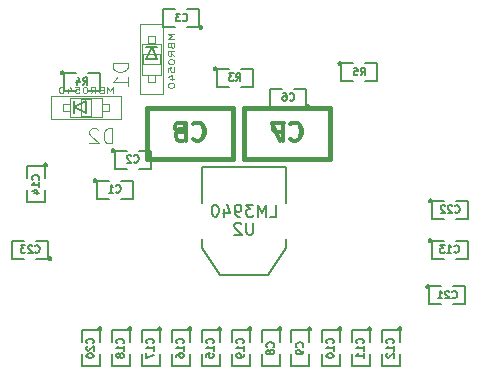
<source format=gbo>
G04 (created by PCBNEW-RS274X (2011-05-25)-stable) date Чт. 09 авг. 2012 02:33:36*
G01*
G70*
G90*
%MOIN*%
G04 Gerber Fmt 3.4, Leading zero omitted, Abs format*
%FSLAX34Y34*%
G04 APERTURE LIST*
%ADD10C,0.006000*%
%ADD11C,0.008000*%
%ADD12C,0.002600*%
%ADD13C,0.002000*%
%ADD14C,0.004000*%
%ADD15C,0.015000*%
%ADD16C,0.005000*%
%ADD17C,0.003500*%
%ADD18C,0.012000*%
G04 APERTURE END LIST*
G54D10*
G54D11*
X53009Y-27540D02*
X53009Y-26340D01*
X53009Y-26340D02*
X55809Y-26340D01*
X55809Y-26340D02*
X55809Y-27540D01*
X53009Y-28740D02*
X53009Y-29040D01*
X53009Y-29040D02*
X53609Y-29940D01*
X53609Y-29940D02*
X55209Y-29940D01*
X55209Y-29940D02*
X55809Y-29040D01*
X55809Y-29040D02*
X55809Y-28740D01*
G54D12*
X48374Y-24240D02*
X48604Y-24240D01*
X48604Y-24240D02*
X48604Y-24480D01*
X48374Y-24480D02*
X48604Y-24480D01*
X48374Y-24240D02*
X48374Y-24480D01*
X49684Y-24240D02*
X49914Y-24240D01*
X49914Y-24240D02*
X49914Y-24480D01*
X49684Y-24480D02*
X49914Y-24480D01*
X49684Y-24240D02*
X49684Y-24480D01*
X48987Y-24085D02*
X49301Y-24085D01*
X49301Y-24085D02*
X49301Y-24635D01*
X48987Y-24635D02*
X49301Y-24635D01*
X48987Y-24085D02*
X48987Y-24635D01*
G54D13*
X47974Y-24747D02*
X50314Y-24747D01*
X50314Y-23973D02*
X47974Y-23973D01*
X47974Y-23973D02*
X47974Y-24747D01*
X50314Y-24747D02*
X50314Y-23973D01*
G54D14*
X48624Y-24669D02*
X49664Y-24669D01*
X48624Y-24051D02*
X49664Y-24051D01*
X48624Y-24051D02*
X48624Y-24669D01*
X49664Y-24051D02*
X49664Y-24669D01*
G54D11*
X48751Y-24360D02*
X49144Y-24556D01*
X49144Y-24556D02*
X49144Y-24164D01*
X49144Y-24164D02*
X48751Y-24360D01*
X48751Y-24556D02*
X48751Y-24360D01*
X48751Y-24360D02*
X48751Y-24164D01*
G54D12*
X51449Y-21986D02*
X51449Y-22216D01*
X51449Y-22216D02*
X51209Y-22216D01*
X51209Y-21986D02*
X51209Y-22216D01*
X51449Y-21986D02*
X51209Y-21986D01*
X51449Y-23296D02*
X51449Y-23526D01*
X51449Y-23526D02*
X51209Y-23526D01*
X51209Y-23296D02*
X51209Y-23526D01*
X51449Y-23296D02*
X51209Y-23296D01*
X51604Y-22599D02*
X51604Y-22913D01*
X51604Y-22913D02*
X51054Y-22913D01*
X51054Y-22599D02*
X51054Y-22913D01*
X51604Y-22599D02*
X51054Y-22599D01*
G54D13*
X50942Y-21586D02*
X50942Y-23926D01*
X51716Y-23926D02*
X51716Y-21586D01*
X51716Y-21586D02*
X50942Y-21586D01*
X50942Y-23926D02*
X51716Y-23926D01*
G54D14*
X51020Y-22236D02*
X51020Y-23276D01*
X51638Y-22236D02*
X51638Y-23276D01*
X51638Y-22236D02*
X51020Y-22236D01*
X51638Y-23276D02*
X51020Y-23276D01*
G54D11*
X51329Y-22363D02*
X51133Y-22756D01*
X51133Y-22756D02*
X51525Y-22756D01*
X51525Y-22756D02*
X51329Y-22363D01*
X51133Y-22363D02*
X51329Y-22363D01*
X51329Y-22363D02*
X51525Y-22363D01*
G54D15*
X57281Y-24376D02*
X57281Y-26076D01*
X57281Y-26076D02*
X54411Y-26076D01*
X54411Y-26076D02*
X54411Y-24376D01*
X54411Y-24376D02*
X57281Y-24376D01*
X51173Y-26076D02*
X51173Y-24376D01*
X51173Y-24376D02*
X54043Y-24376D01*
X54043Y-24376D02*
X54043Y-26076D01*
X54043Y-26076D02*
X51173Y-26076D01*
G54D16*
X57658Y-22889D02*
X57657Y-22898D01*
X57654Y-22908D01*
X57649Y-22916D01*
X57643Y-22924D01*
X57635Y-22930D01*
X57627Y-22935D01*
X57618Y-22937D01*
X57608Y-22938D01*
X57599Y-22938D01*
X57590Y-22935D01*
X57581Y-22930D01*
X57574Y-22924D01*
X57567Y-22917D01*
X57563Y-22908D01*
X57560Y-22899D01*
X57559Y-22889D01*
X57559Y-22880D01*
X57562Y-22871D01*
X57566Y-22862D01*
X57573Y-22855D01*
X57580Y-22848D01*
X57588Y-22844D01*
X57598Y-22841D01*
X57607Y-22840D01*
X57616Y-22840D01*
X57626Y-22843D01*
X57634Y-22847D01*
X57642Y-22853D01*
X57648Y-22861D01*
X57653Y-22869D01*
X57656Y-22878D01*
X57657Y-22888D01*
X57658Y-22889D01*
X58058Y-22889D02*
X57658Y-22889D01*
X57658Y-22889D02*
X57658Y-23489D01*
X57658Y-23489D02*
X58058Y-23489D01*
X58458Y-23489D02*
X58858Y-23489D01*
X58858Y-23489D02*
X58858Y-22889D01*
X58858Y-22889D02*
X58458Y-22889D01*
X48406Y-23204D02*
X48405Y-23213D01*
X48402Y-23223D01*
X48397Y-23231D01*
X48391Y-23239D01*
X48383Y-23245D01*
X48375Y-23250D01*
X48366Y-23252D01*
X48356Y-23253D01*
X48347Y-23253D01*
X48338Y-23250D01*
X48329Y-23245D01*
X48322Y-23239D01*
X48315Y-23232D01*
X48311Y-23223D01*
X48308Y-23214D01*
X48307Y-23204D01*
X48307Y-23195D01*
X48310Y-23186D01*
X48314Y-23177D01*
X48321Y-23170D01*
X48328Y-23163D01*
X48336Y-23159D01*
X48346Y-23156D01*
X48355Y-23155D01*
X48364Y-23155D01*
X48374Y-23158D01*
X48382Y-23162D01*
X48390Y-23168D01*
X48396Y-23176D01*
X48401Y-23184D01*
X48404Y-23193D01*
X48405Y-23203D01*
X48406Y-23204D01*
X48806Y-23204D02*
X48406Y-23204D01*
X48406Y-23204D02*
X48406Y-23804D01*
X48406Y-23804D02*
X48806Y-23804D01*
X49206Y-23804D02*
X49606Y-23804D01*
X49606Y-23804D02*
X49606Y-23204D01*
X49606Y-23204D02*
X49206Y-23204D01*
X53504Y-23076D02*
X53503Y-23085D01*
X53500Y-23095D01*
X53495Y-23103D01*
X53489Y-23111D01*
X53481Y-23117D01*
X53473Y-23122D01*
X53464Y-23124D01*
X53454Y-23125D01*
X53445Y-23125D01*
X53436Y-23122D01*
X53427Y-23117D01*
X53420Y-23111D01*
X53413Y-23104D01*
X53409Y-23095D01*
X53406Y-23086D01*
X53405Y-23076D01*
X53405Y-23067D01*
X53408Y-23058D01*
X53412Y-23049D01*
X53419Y-23042D01*
X53426Y-23035D01*
X53434Y-23031D01*
X53444Y-23028D01*
X53453Y-23027D01*
X53462Y-23027D01*
X53472Y-23030D01*
X53480Y-23034D01*
X53488Y-23040D01*
X53494Y-23048D01*
X53499Y-23056D01*
X53502Y-23065D01*
X53503Y-23075D01*
X53504Y-23076D01*
X53904Y-23076D02*
X53504Y-23076D01*
X53504Y-23076D02*
X53504Y-23676D01*
X53504Y-23676D02*
X53904Y-23676D01*
X54304Y-23676D02*
X54704Y-23676D01*
X54704Y-23676D02*
X54704Y-23076D01*
X54704Y-23076D02*
X54304Y-23076D01*
X47983Y-29404D02*
X47982Y-29413D01*
X47979Y-29423D01*
X47974Y-29431D01*
X47968Y-29439D01*
X47960Y-29445D01*
X47952Y-29450D01*
X47943Y-29452D01*
X47933Y-29453D01*
X47924Y-29453D01*
X47915Y-29450D01*
X47906Y-29445D01*
X47899Y-29439D01*
X47892Y-29432D01*
X47888Y-29423D01*
X47885Y-29414D01*
X47884Y-29404D01*
X47884Y-29395D01*
X47887Y-29386D01*
X47891Y-29377D01*
X47898Y-29370D01*
X47905Y-29363D01*
X47913Y-29359D01*
X47923Y-29356D01*
X47932Y-29355D01*
X47941Y-29355D01*
X47951Y-29358D01*
X47959Y-29362D01*
X47967Y-29368D01*
X47973Y-29376D01*
X47978Y-29384D01*
X47981Y-29393D01*
X47982Y-29403D01*
X47983Y-29404D01*
X47483Y-29404D02*
X47883Y-29404D01*
X47883Y-29404D02*
X47883Y-28804D01*
X47883Y-28804D02*
X47483Y-28804D01*
X47083Y-28804D02*
X46683Y-28804D01*
X46683Y-28804D02*
X46683Y-29404D01*
X46683Y-29404D02*
X47083Y-29404D01*
X60680Y-27476D02*
X60679Y-27485D01*
X60676Y-27495D01*
X60671Y-27503D01*
X60665Y-27511D01*
X60657Y-27517D01*
X60649Y-27522D01*
X60640Y-27524D01*
X60630Y-27525D01*
X60621Y-27525D01*
X60612Y-27522D01*
X60603Y-27517D01*
X60596Y-27511D01*
X60589Y-27504D01*
X60585Y-27495D01*
X60582Y-27486D01*
X60581Y-27476D01*
X60581Y-27467D01*
X60584Y-27458D01*
X60588Y-27449D01*
X60595Y-27442D01*
X60602Y-27435D01*
X60610Y-27431D01*
X60620Y-27428D01*
X60629Y-27427D01*
X60638Y-27427D01*
X60648Y-27430D01*
X60656Y-27434D01*
X60664Y-27440D01*
X60670Y-27448D01*
X60675Y-27456D01*
X60678Y-27465D01*
X60679Y-27475D01*
X60680Y-27476D01*
X61080Y-27476D02*
X60680Y-27476D01*
X60680Y-27476D02*
X60680Y-28076D01*
X60680Y-28076D02*
X61080Y-28076D01*
X61480Y-28076D02*
X61880Y-28076D01*
X61880Y-28076D02*
X61880Y-27476D01*
X61880Y-27476D02*
X61480Y-27476D01*
X60591Y-30330D02*
X60590Y-30339D01*
X60587Y-30349D01*
X60582Y-30357D01*
X60576Y-30365D01*
X60568Y-30371D01*
X60560Y-30376D01*
X60551Y-30378D01*
X60541Y-30379D01*
X60532Y-30379D01*
X60523Y-30376D01*
X60514Y-30371D01*
X60507Y-30365D01*
X60500Y-30358D01*
X60496Y-30349D01*
X60493Y-30340D01*
X60492Y-30330D01*
X60492Y-30321D01*
X60495Y-30312D01*
X60499Y-30303D01*
X60506Y-30296D01*
X60513Y-30289D01*
X60521Y-30285D01*
X60531Y-30282D01*
X60540Y-30281D01*
X60549Y-30281D01*
X60559Y-30284D01*
X60567Y-30288D01*
X60575Y-30294D01*
X60581Y-30302D01*
X60586Y-30310D01*
X60589Y-30319D01*
X60590Y-30329D01*
X60591Y-30330D01*
X60991Y-30330D02*
X60591Y-30330D01*
X60591Y-30330D02*
X60591Y-30930D01*
X60591Y-30930D02*
X60991Y-30930D01*
X61391Y-30930D02*
X61791Y-30930D01*
X61791Y-30930D02*
X61791Y-30330D01*
X61791Y-30330D02*
X61391Y-30330D01*
X49651Y-31742D02*
X49650Y-31751D01*
X49647Y-31761D01*
X49642Y-31769D01*
X49636Y-31777D01*
X49628Y-31783D01*
X49620Y-31788D01*
X49611Y-31790D01*
X49601Y-31791D01*
X49592Y-31791D01*
X49583Y-31788D01*
X49574Y-31783D01*
X49567Y-31777D01*
X49560Y-31770D01*
X49556Y-31761D01*
X49553Y-31752D01*
X49552Y-31742D01*
X49552Y-31733D01*
X49555Y-31724D01*
X49559Y-31715D01*
X49566Y-31708D01*
X49573Y-31701D01*
X49581Y-31697D01*
X49591Y-31694D01*
X49600Y-31693D01*
X49609Y-31693D01*
X49619Y-31696D01*
X49627Y-31700D01*
X49635Y-31706D01*
X49641Y-31714D01*
X49646Y-31722D01*
X49649Y-31731D01*
X49650Y-31741D01*
X49651Y-31742D01*
X49601Y-32192D02*
X49601Y-31792D01*
X49601Y-31792D02*
X49001Y-31792D01*
X49001Y-31792D02*
X49001Y-32192D01*
X49001Y-32592D02*
X49001Y-32992D01*
X49001Y-32992D02*
X49601Y-32992D01*
X49601Y-32992D02*
X49601Y-32592D01*
X54651Y-31742D02*
X54650Y-31751D01*
X54647Y-31761D01*
X54642Y-31769D01*
X54636Y-31777D01*
X54628Y-31783D01*
X54620Y-31788D01*
X54611Y-31790D01*
X54601Y-31791D01*
X54592Y-31791D01*
X54583Y-31788D01*
X54574Y-31783D01*
X54567Y-31777D01*
X54560Y-31770D01*
X54556Y-31761D01*
X54553Y-31752D01*
X54552Y-31742D01*
X54552Y-31733D01*
X54555Y-31724D01*
X54559Y-31715D01*
X54566Y-31708D01*
X54573Y-31701D01*
X54581Y-31697D01*
X54591Y-31694D01*
X54600Y-31693D01*
X54609Y-31693D01*
X54619Y-31696D01*
X54627Y-31700D01*
X54635Y-31706D01*
X54641Y-31714D01*
X54646Y-31722D01*
X54649Y-31731D01*
X54650Y-31741D01*
X54651Y-31742D01*
X54601Y-32192D02*
X54601Y-31792D01*
X54601Y-31792D02*
X54001Y-31792D01*
X54001Y-31792D02*
X54001Y-32192D01*
X54001Y-32592D02*
X54001Y-32992D01*
X54001Y-32992D02*
X54601Y-32992D01*
X54601Y-32992D02*
X54601Y-32592D01*
X50655Y-31742D02*
X50654Y-31751D01*
X50651Y-31761D01*
X50646Y-31769D01*
X50640Y-31777D01*
X50632Y-31783D01*
X50624Y-31788D01*
X50615Y-31790D01*
X50605Y-31791D01*
X50596Y-31791D01*
X50587Y-31788D01*
X50578Y-31783D01*
X50571Y-31777D01*
X50564Y-31770D01*
X50560Y-31761D01*
X50557Y-31752D01*
X50556Y-31742D01*
X50556Y-31733D01*
X50559Y-31724D01*
X50563Y-31715D01*
X50570Y-31708D01*
X50577Y-31701D01*
X50585Y-31697D01*
X50595Y-31694D01*
X50604Y-31693D01*
X50613Y-31693D01*
X50623Y-31696D01*
X50631Y-31700D01*
X50639Y-31706D01*
X50645Y-31714D01*
X50650Y-31722D01*
X50653Y-31731D01*
X50654Y-31741D01*
X50655Y-31742D01*
X50605Y-32192D02*
X50605Y-31792D01*
X50605Y-31792D02*
X50005Y-31792D01*
X50005Y-31792D02*
X50005Y-32192D01*
X50005Y-32592D02*
X50005Y-32992D01*
X50005Y-32992D02*
X50605Y-32992D01*
X50605Y-32992D02*
X50605Y-32592D01*
X51649Y-31742D02*
X51648Y-31751D01*
X51645Y-31761D01*
X51640Y-31769D01*
X51634Y-31777D01*
X51626Y-31783D01*
X51618Y-31788D01*
X51609Y-31790D01*
X51599Y-31791D01*
X51590Y-31791D01*
X51581Y-31788D01*
X51572Y-31783D01*
X51565Y-31777D01*
X51558Y-31770D01*
X51554Y-31761D01*
X51551Y-31752D01*
X51550Y-31742D01*
X51550Y-31733D01*
X51553Y-31724D01*
X51557Y-31715D01*
X51564Y-31708D01*
X51571Y-31701D01*
X51579Y-31697D01*
X51589Y-31694D01*
X51598Y-31693D01*
X51607Y-31693D01*
X51617Y-31696D01*
X51625Y-31700D01*
X51633Y-31706D01*
X51639Y-31714D01*
X51644Y-31722D01*
X51647Y-31731D01*
X51648Y-31741D01*
X51649Y-31742D01*
X51599Y-32192D02*
X51599Y-31792D01*
X51599Y-31792D02*
X50999Y-31792D01*
X50999Y-31792D02*
X50999Y-32192D01*
X50999Y-32592D02*
X50999Y-32992D01*
X50999Y-32992D02*
X51599Y-32992D01*
X51599Y-32992D02*
X51599Y-32592D01*
X52653Y-31742D02*
X52652Y-31751D01*
X52649Y-31761D01*
X52644Y-31769D01*
X52638Y-31777D01*
X52630Y-31783D01*
X52622Y-31788D01*
X52613Y-31790D01*
X52603Y-31791D01*
X52594Y-31791D01*
X52585Y-31788D01*
X52576Y-31783D01*
X52569Y-31777D01*
X52562Y-31770D01*
X52558Y-31761D01*
X52555Y-31752D01*
X52554Y-31742D01*
X52554Y-31733D01*
X52557Y-31724D01*
X52561Y-31715D01*
X52568Y-31708D01*
X52575Y-31701D01*
X52583Y-31697D01*
X52593Y-31694D01*
X52602Y-31693D01*
X52611Y-31693D01*
X52621Y-31696D01*
X52629Y-31700D01*
X52637Y-31706D01*
X52643Y-31714D01*
X52648Y-31722D01*
X52651Y-31731D01*
X52652Y-31741D01*
X52653Y-31742D01*
X52603Y-32192D02*
X52603Y-31792D01*
X52603Y-31792D02*
X52003Y-31792D01*
X52003Y-31792D02*
X52003Y-32192D01*
X52003Y-32592D02*
X52003Y-32992D01*
X52003Y-32992D02*
X52603Y-32992D01*
X52603Y-32992D02*
X52603Y-32592D01*
X53647Y-31742D02*
X53646Y-31751D01*
X53643Y-31761D01*
X53638Y-31769D01*
X53632Y-31777D01*
X53624Y-31783D01*
X53616Y-31788D01*
X53607Y-31790D01*
X53597Y-31791D01*
X53588Y-31791D01*
X53579Y-31788D01*
X53570Y-31783D01*
X53563Y-31777D01*
X53556Y-31770D01*
X53552Y-31761D01*
X53549Y-31752D01*
X53548Y-31742D01*
X53548Y-31733D01*
X53551Y-31724D01*
X53555Y-31715D01*
X53562Y-31708D01*
X53569Y-31701D01*
X53577Y-31697D01*
X53587Y-31694D01*
X53596Y-31693D01*
X53605Y-31693D01*
X53615Y-31696D01*
X53623Y-31700D01*
X53631Y-31706D01*
X53637Y-31714D01*
X53642Y-31722D01*
X53645Y-31731D01*
X53646Y-31741D01*
X53647Y-31742D01*
X53597Y-32192D02*
X53597Y-31792D01*
X53597Y-31792D02*
X52997Y-31792D01*
X52997Y-31792D02*
X52997Y-32192D01*
X52997Y-32592D02*
X52997Y-32992D01*
X52997Y-32992D02*
X53597Y-32992D01*
X53597Y-32992D02*
X53597Y-32592D01*
X47840Y-26279D02*
X47839Y-26288D01*
X47836Y-26298D01*
X47831Y-26306D01*
X47825Y-26314D01*
X47817Y-26320D01*
X47809Y-26325D01*
X47800Y-26327D01*
X47790Y-26328D01*
X47781Y-26328D01*
X47772Y-26325D01*
X47763Y-26320D01*
X47756Y-26314D01*
X47749Y-26307D01*
X47745Y-26298D01*
X47742Y-26289D01*
X47741Y-26279D01*
X47741Y-26270D01*
X47744Y-26261D01*
X47748Y-26252D01*
X47755Y-26245D01*
X47762Y-26238D01*
X47770Y-26234D01*
X47780Y-26231D01*
X47789Y-26230D01*
X47798Y-26230D01*
X47808Y-26233D01*
X47816Y-26237D01*
X47824Y-26243D01*
X47830Y-26251D01*
X47835Y-26259D01*
X47838Y-26268D01*
X47839Y-26278D01*
X47840Y-26279D01*
X47790Y-26729D02*
X47790Y-26329D01*
X47790Y-26329D02*
X47190Y-26329D01*
X47190Y-26329D02*
X47190Y-26729D01*
X47190Y-27129D02*
X47190Y-27529D01*
X47190Y-27529D02*
X47790Y-27529D01*
X47790Y-27529D02*
X47790Y-27129D01*
X60660Y-28804D02*
X60659Y-28813D01*
X60656Y-28823D01*
X60651Y-28831D01*
X60645Y-28839D01*
X60637Y-28845D01*
X60629Y-28850D01*
X60620Y-28852D01*
X60610Y-28853D01*
X60601Y-28853D01*
X60592Y-28850D01*
X60583Y-28845D01*
X60576Y-28839D01*
X60569Y-28832D01*
X60565Y-28823D01*
X60562Y-28814D01*
X60561Y-28804D01*
X60561Y-28795D01*
X60564Y-28786D01*
X60568Y-28777D01*
X60575Y-28770D01*
X60582Y-28763D01*
X60590Y-28759D01*
X60600Y-28756D01*
X60609Y-28755D01*
X60618Y-28755D01*
X60628Y-28758D01*
X60636Y-28762D01*
X60644Y-28768D01*
X60650Y-28776D01*
X60655Y-28784D01*
X60658Y-28793D01*
X60659Y-28803D01*
X60660Y-28804D01*
X61060Y-28804D02*
X60660Y-28804D01*
X60660Y-28804D02*
X60660Y-29404D01*
X60660Y-29404D02*
X61060Y-29404D01*
X61460Y-29404D02*
X61860Y-29404D01*
X61860Y-29404D02*
X61860Y-28804D01*
X61860Y-28804D02*
X61460Y-28804D01*
X59651Y-31742D02*
X59650Y-31751D01*
X59647Y-31761D01*
X59642Y-31769D01*
X59636Y-31777D01*
X59628Y-31783D01*
X59620Y-31788D01*
X59611Y-31790D01*
X59601Y-31791D01*
X59592Y-31791D01*
X59583Y-31788D01*
X59574Y-31783D01*
X59567Y-31777D01*
X59560Y-31770D01*
X59556Y-31761D01*
X59553Y-31752D01*
X59552Y-31742D01*
X59552Y-31733D01*
X59555Y-31724D01*
X59559Y-31715D01*
X59566Y-31708D01*
X59573Y-31701D01*
X59581Y-31697D01*
X59591Y-31694D01*
X59600Y-31693D01*
X59609Y-31693D01*
X59619Y-31696D01*
X59627Y-31700D01*
X59635Y-31706D01*
X59641Y-31714D01*
X59646Y-31722D01*
X59649Y-31731D01*
X59650Y-31741D01*
X59651Y-31742D01*
X59601Y-32192D02*
X59601Y-31792D01*
X59601Y-31792D02*
X59001Y-31792D01*
X59001Y-31792D02*
X59001Y-32192D01*
X59001Y-32592D02*
X59001Y-32992D01*
X59001Y-32992D02*
X59601Y-32992D01*
X59601Y-32992D02*
X59601Y-32592D01*
X58647Y-31742D02*
X58646Y-31751D01*
X58643Y-31761D01*
X58638Y-31769D01*
X58632Y-31777D01*
X58624Y-31783D01*
X58616Y-31788D01*
X58607Y-31790D01*
X58597Y-31791D01*
X58588Y-31791D01*
X58579Y-31788D01*
X58570Y-31783D01*
X58563Y-31777D01*
X58556Y-31770D01*
X58552Y-31761D01*
X58549Y-31752D01*
X58548Y-31742D01*
X58548Y-31733D01*
X58551Y-31724D01*
X58555Y-31715D01*
X58562Y-31708D01*
X58569Y-31701D01*
X58577Y-31697D01*
X58587Y-31694D01*
X58596Y-31693D01*
X58605Y-31693D01*
X58615Y-31696D01*
X58623Y-31700D01*
X58631Y-31706D01*
X58637Y-31714D01*
X58642Y-31722D01*
X58645Y-31731D01*
X58646Y-31741D01*
X58647Y-31742D01*
X58597Y-32192D02*
X58597Y-31792D01*
X58597Y-31792D02*
X57997Y-31792D01*
X57997Y-31792D02*
X57997Y-32192D01*
X57997Y-32592D02*
X57997Y-32992D01*
X57997Y-32992D02*
X58597Y-32992D01*
X58597Y-32992D02*
X58597Y-32592D01*
X57653Y-31742D02*
X57652Y-31751D01*
X57649Y-31761D01*
X57644Y-31769D01*
X57638Y-31777D01*
X57630Y-31783D01*
X57622Y-31788D01*
X57613Y-31790D01*
X57603Y-31791D01*
X57594Y-31791D01*
X57585Y-31788D01*
X57576Y-31783D01*
X57569Y-31777D01*
X57562Y-31770D01*
X57558Y-31761D01*
X57555Y-31752D01*
X57554Y-31742D01*
X57554Y-31733D01*
X57557Y-31724D01*
X57561Y-31715D01*
X57568Y-31708D01*
X57575Y-31701D01*
X57583Y-31697D01*
X57593Y-31694D01*
X57602Y-31693D01*
X57611Y-31693D01*
X57621Y-31696D01*
X57629Y-31700D01*
X57637Y-31706D01*
X57643Y-31714D01*
X57648Y-31722D01*
X57651Y-31731D01*
X57652Y-31741D01*
X57653Y-31742D01*
X57603Y-32192D02*
X57603Y-31792D01*
X57603Y-31792D02*
X57003Y-31792D01*
X57003Y-31792D02*
X57003Y-32192D01*
X57003Y-32592D02*
X57003Y-32992D01*
X57003Y-32992D02*
X57603Y-32992D01*
X57603Y-32992D02*
X57603Y-32592D01*
X56639Y-31742D02*
X56638Y-31751D01*
X56635Y-31761D01*
X56630Y-31769D01*
X56624Y-31777D01*
X56616Y-31783D01*
X56608Y-31788D01*
X56599Y-31790D01*
X56589Y-31791D01*
X56580Y-31791D01*
X56571Y-31788D01*
X56562Y-31783D01*
X56555Y-31777D01*
X56548Y-31770D01*
X56544Y-31761D01*
X56541Y-31752D01*
X56540Y-31742D01*
X56540Y-31733D01*
X56543Y-31724D01*
X56547Y-31715D01*
X56554Y-31708D01*
X56561Y-31701D01*
X56569Y-31697D01*
X56579Y-31694D01*
X56588Y-31693D01*
X56597Y-31693D01*
X56607Y-31696D01*
X56615Y-31700D01*
X56623Y-31706D01*
X56629Y-31714D01*
X56634Y-31722D01*
X56637Y-31731D01*
X56638Y-31741D01*
X56639Y-31742D01*
X56589Y-32192D02*
X56589Y-31792D01*
X56589Y-31792D02*
X55989Y-31792D01*
X55989Y-31792D02*
X55989Y-32192D01*
X55989Y-32592D02*
X55989Y-32992D01*
X55989Y-32992D02*
X56589Y-32992D01*
X56589Y-32992D02*
X56589Y-32592D01*
X55655Y-31742D02*
X55654Y-31751D01*
X55651Y-31761D01*
X55646Y-31769D01*
X55640Y-31777D01*
X55632Y-31783D01*
X55624Y-31788D01*
X55615Y-31790D01*
X55605Y-31791D01*
X55596Y-31791D01*
X55587Y-31788D01*
X55578Y-31783D01*
X55571Y-31777D01*
X55564Y-31770D01*
X55560Y-31761D01*
X55557Y-31752D01*
X55556Y-31742D01*
X55556Y-31733D01*
X55559Y-31724D01*
X55563Y-31715D01*
X55570Y-31708D01*
X55577Y-31701D01*
X55585Y-31697D01*
X55595Y-31694D01*
X55604Y-31693D01*
X55613Y-31693D01*
X55623Y-31696D01*
X55631Y-31700D01*
X55639Y-31706D01*
X55645Y-31714D01*
X55650Y-31722D01*
X55653Y-31731D01*
X55654Y-31741D01*
X55655Y-31742D01*
X55605Y-32192D02*
X55605Y-31792D01*
X55605Y-31792D02*
X55005Y-31792D01*
X55005Y-31792D02*
X55005Y-32192D01*
X55005Y-32592D02*
X55005Y-32992D01*
X55005Y-32992D02*
X55605Y-32992D01*
X55605Y-32992D02*
X55605Y-32592D01*
X56586Y-24335D02*
X56585Y-24344D01*
X56582Y-24354D01*
X56577Y-24362D01*
X56571Y-24370D01*
X56563Y-24376D01*
X56555Y-24381D01*
X56546Y-24383D01*
X56536Y-24384D01*
X56527Y-24384D01*
X56518Y-24381D01*
X56509Y-24376D01*
X56502Y-24370D01*
X56495Y-24363D01*
X56491Y-24354D01*
X56488Y-24345D01*
X56487Y-24335D01*
X56487Y-24326D01*
X56490Y-24317D01*
X56494Y-24308D01*
X56501Y-24301D01*
X56508Y-24294D01*
X56516Y-24290D01*
X56526Y-24287D01*
X56535Y-24286D01*
X56544Y-24286D01*
X56554Y-24289D01*
X56562Y-24293D01*
X56570Y-24299D01*
X56576Y-24307D01*
X56581Y-24315D01*
X56584Y-24324D01*
X56585Y-24334D01*
X56586Y-24335D01*
X56086Y-24335D02*
X56486Y-24335D01*
X56486Y-24335D02*
X56486Y-23735D01*
X56486Y-23735D02*
X56086Y-23735D01*
X55686Y-23735D02*
X55286Y-23735D01*
X55286Y-23735D02*
X55286Y-24335D01*
X55286Y-24335D02*
X55686Y-24335D01*
X53023Y-21688D02*
X53022Y-21697D01*
X53019Y-21707D01*
X53014Y-21715D01*
X53008Y-21723D01*
X53000Y-21729D01*
X52992Y-21734D01*
X52983Y-21736D01*
X52973Y-21737D01*
X52964Y-21737D01*
X52955Y-21734D01*
X52946Y-21729D01*
X52939Y-21723D01*
X52932Y-21716D01*
X52928Y-21707D01*
X52925Y-21698D01*
X52924Y-21688D01*
X52924Y-21679D01*
X52927Y-21670D01*
X52931Y-21661D01*
X52938Y-21654D01*
X52945Y-21647D01*
X52953Y-21643D01*
X52963Y-21640D01*
X52972Y-21639D01*
X52981Y-21639D01*
X52991Y-21642D01*
X52999Y-21646D01*
X53007Y-21652D01*
X53013Y-21660D01*
X53018Y-21668D01*
X53021Y-21677D01*
X53022Y-21687D01*
X53023Y-21688D01*
X52523Y-21688D02*
X52923Y-21688D01*
X52923Y-21688D02*
X52923Y-21088D01*
X52923Y-21088D02*
X52523Y-21088D01*
X52123Y-21088D02*
X51723Y-21088D01*
X51723Y-21088D02*
X51723Y-21688D01*
X51723Y-21688D02*
X52123Y-21688D01*
X50100Y-25800D02*
X50099Y-25809D01*
X50096Y-25819D01*
X50091Y-25827D01*
X50085Y-25835D01*
X50077Y-25841D01*
X50069Y-25846D01*
X50060Y-25848D01*
X50050Y-25849D01*
X50041Y-25849D01*
X50032Y-25846D01*
X50023Y-25841D01*
X50016Y-25835D01*
X50009Y-25828D01*
X50005Y-25819D01*
X50002Y-25810D01*
X50001Y-25800D01*
X50001Y-25791D01*
X50004Y-25782D01*
X50008Y-25773D01*
X50015Y-25766D01*
X50022Y-25759D01*
X50030Y-25755D01*
X50040Y-25752D01*
X50049Y-25751D01*
X50058Y-25751D01*
X50068Y-25754D01*
X50076Y-25758D01*
X50084Y-25764D01*
X50090Y-25772D01*
X50095Y-25780D01*
X50098Y-25789D01*
X50099Y-25799D01*
X50100Y-25800D01*
X50500Y-25800D02*
X50100Y-25800D01*
X50100Y-25800D02*
X50100Y-26400D01*
X50100Y-26400D02*
X50500Y-26400D01*
X50900Y-26400D02*
X51300Y-26400D01*
X51300Y-26400D02*
X51300Y-25800D01*
X51300Y-25800D02*
X50900Y-25800D01*
X49500Y-26800D02*
X49499Y-26809D01*
X49496Y-26819D01*
X49491Y-26827D01*
X49485Y-26835D01*
X49477Y-26841D01*
X49469Y-26846D01*
X49460Y-26848D01*
X49450Y-26849D01*
X49441Y-26849D01*
X49432Y-26846D01*
X49423Y-26841D01*
X49416Y-26835D01*
X49409Y-26828D01*
X49405Y-26819D01*
X49402Y-26810D01*
X49401Y-26800D01*
X49401Y-26791D01*
X49404Y-26782D01*
X49408Y-26773D01*
X49415Y-26766D01*
X49422Y-26759D01*
X49430Y-26755D01*
X49440Y-26752D01*
X49449Y-26751D01*
X49458Y-26751D01*
X49468Y-26754D01*
X49476Y-26758D01*
X49484Y-26764D01*
X49490Y-26772D01*
X49495Y-26780D01*
X49498Y-26789D01*
X49499Y-26799D01*
X49500Y-26800D01*
X49900Y-26800D02*
X49500Y-26800D01*
X49500Y-26800D02*
X49500Y-27400D01*
X49500Y-27400D02*
X49900Y-27400D01*
X50300Y-27400D02*
X50700Y-27400D01*
X50700Y-27400D02*
X50700Y-26800D01*
X50700Y-26800D02*
X50300Y-26800D01*
G54D11*
X54714Y-28202D02*
X54714Y-28526D01*
X54695Y-28564D01*
X54676Y-28583D01*
X54638Y-28602D01*
X54561Y-28602D01*
X54523Y-28583D01*
X54504Y-28564D01*
X54485Y-28526D01*
X54485Y-28202D01*
X54314Y-28240D02*
X54295Y-28221D01*
X54257Y-28202D01*
X54161Y-28202D01*
X54123Y-28221D01*
X54104Y-28240D01*
X54085Y-28278D01*
X54085Y-28316D01*
X54104Y-28373D01*
X54333Y-28602D01*
X54085Y-28602D01*
X55275Y-28002D02*
X55466Y-28002D01*
X55466Y-27602D01*
X55142Y-28002D02*
X55142Y-27602D01*
X55008Y-27888D01*
X54875Y-27602D01*
X54875Y-28002D01*
X54723Y-27602D02*
X54475Y-27602D01*
X54609Y-27754D01*
X54551Y-27754D01*
X54513Y-27773D01*
X54494Y-27792D01*
X54475Y-27830D01*
X54475Y-27926D01*
X54494Y-27964D01*
X54513Y-27983D01*
X54551Y-28002D01*
X54666Y-28002D01*
X54704Y-27983D01*
X54723Y-27964D01*
X54285Y-28002D02*
X54209Y-28002D01*
X54170Y-27983D01*
X54151Y-27964D01*
X54113Y-27907D01*
X54094Y-27830D01*
X54094Y-27678D01*
X54113Y-27640D01*
X54132Y-27621D01*
X54170Y-27602D01*
X54247Y-27602D01*
X54285Y-27621D01*
X54304Y-27640D01*
X54323Y-27678D01*
X54323Y-27773D01*
X54304Y-27811D01*
X54285Y-27830D01*
X54247Y-27850D01*
X54170Y-27850D01*
X54132Y-27830D01*
X54113Y-27811D01*
X54094Y-27773D01*
X53751Y-27735D02*
X53751Y-28002D01*
X53847Y-27583D02*
X53942Y-27869D01*
X53694Y-27869D01*
X53466Y-27602D02*
X53427Y-27602D01*
X53389Y-27621D01*
X53370Y-27640D01*
X53351Y-27678D01*
X53332Y-27754D01*
X53332Y-27850D01*
X53351Y-27926D01*
X53370Y-27964D01*
X53389Y-27983D01*
X53427Y-28002D01*
X53466Y-28002D01*
X53504Y-27983D01*
X53523Y-27964D01*
X53542Y-27926D01*
X53561Y-27850D01*
X53561Y-27754D01*
X53542Y-27678D01*
X53523Y-27640D01*
X53504Y-27621D01*
X53466Y-27602D01*
G54D17*
X50013Y-25562D02*
X50013Y-25062D01*
X49894Y-25062D01*
X49822Y-25086D01*
X49775Y-25134D01*
X49751Y-25181D01*
X49727Y-25277D01*
X49727Y-25348D01*
X49751Y-25443D01*
X49775Y-25491D01*
X49822Y-25539D01*
X49894Y-25562D01*
X50013Y-25562D01*
X49537Y-25110D02*
X49513Y-25086D01*
X49465Y-25062D01*
X49346Y-25062D01*
X49299Y-25086D01*
X49275Y-25110D01*
X49251Y-25158D01*
X49251Y-25205D01*
X49275Y-25277D01*
X49561Y-25562D01*
X49251Y-25562D01*
X50043Y-23879D02*
X50043Y-23682D01*
X49951Y-23823D01*
X49859Y-23682D01*
X49859Y-23879D01*
X49636Y-23776D02*
X49597Y-23785D01*
X49584Y-23795D01*
X49571Y-23814D01*
X49571Y-23842D01*
X49584Y-23860D01*
X49597Y-23870D01*
X49623Y-23879D01*
X49728Y-23879D01*
X49728Y-23682D01*
X49636Y-23682D01*
X49610Y-23692D01*
X49597Y-23701D01*
X49584Y-23720D01*
X49584Y-23739D01*
X49597Y-23757D01*
X49610Y-23767D01*
X49636Y-23776D01*
X49728Y-23776D01*
X49295Y-23879D02*
X49387Y-23785D01*
X49452Y-23879D02*
X49452Y-23682D01*
X49347Y-23682D01*
X49321Y-23692D01*
X49308Y-23701D01*
X49295Y-23720D01*
X49295Y-23748D01*
X49308Y-23767D01*
X49321Y-23776D01*
X49347Y-23785D01*
X49452Y-23785D01*
X49124Y-23682D02*
X49097Y-23682D01*
X49071Y-23692D01*
X49058Y-23701D01*
X49045Y-23720D01*
X49032Y-23757D01*
X49032Y-23804D01*
X49045Y-23842D01*
X49058Y-23860D01*
X49071Y-23870D01*
X49097Y-23879D01*
X49124Y-23879D01*
X49150Y-23870D01*
X49163Y-23860D01*
X49176Y-23842D01*
X49189Y-23804D01*
X49189Y-23757D01*
X49176Y-23720D01*
X49163Y-23701D01*
X49150Y-23692D01*
X49124Y-23682D01*
X48782Y-23682D02*
X48913Y-23682D01*
X48926Y-23776D01*
X48913Y-23767D01*
X48887Y-23757D01*
X48821Y-23757D01*
X48795Y-23767D01*
X48782Y-23776D01*
X48769Y-23795D01*
X48769Y-23842D01*
X48782Y-23860D01*
X48795Y-23870D01*
X48821Y-23879D01*
X48887Y-23879D01*
X48913Y-23870D01*
X48926Y-23860D01*
X48532Y-23748D02*
X48532Y-23879D01*
X48598Y-23673D02*
X48663Y-23814D01*
X48493Y-23814D01*
X48335Y-23682D02*
X48308Y-23682D01*
X48282Y-23692D01*
X48269Y-23701D01*
X48256Y-23720D01*
X48243Y-23757D01*
X48243Y-23804D01*
X48256Y-23842D01*
X48269Y-23860D01*
X48282Y-23870D01*
X48308Y-23879D01*
X48335Y-23879D01*
X48361Y-23870D01*
X48374Y-23860D01*
X48387Y-23842D01*
X48400Y-23804D01*
X48400Y-23757D01*
X48387Y-23720D01*
X48374Y-23701D01*
X48361Y-23692D01*
X48335Y-23682D01*
X50531Y-22887D02*
X50031Y-22887D01*
X50031Y-23006D01*
X50055Y-23078D01*
X50103Y-23125D01*
X50150Y-23149D01*
X50246Y-23173D01*
X50317Y-23173D01*
X50412Y-23149D01*
X50460Y-23125D01*
X50508Y-23078D01*
X50531Y-23006D01*
X50531Y-22887D01*
X50531Y-23649D02*
X50531Y-23363D01*
X50531Y-23506D02*
X50031Y-23506D01*
X50103Y-23458D01*
X50150Y-23411D01*
X50174Y-23363D01*
X52079Y-21907D02*
X51882Y-21907D01*
X52023Y-21999D01*
X51882Y-22091D01*
X52079Y-22091D01*
X51976Y-22314D02*
X51985Y-22353D01*
X51995Y-22366D01*
X52014Y-22379D01*
X52042Y-22379D01*
X52060Y-22366D01*
X52070Y-22353D01*
X52079Y-22327D01*
X52079Y-22222D01*
X51882Y-22222D01*
X51882Y-22314D01*
X51892Y-22340D01*
X51901Y-22353D01*
X51920Y-22366D01*
X51939Y-22366D01*
X51957Y-22353D01*
X51967Y-22340D01*
X51976Y-22314D01*
X51976Y-22222D01*
X52079Y-22655D02*
X51985Y-22563D01*
X52079Y-22498D02*
X51882Y-22498D01*
X51882Y-22603D01*
X51892Y-22629D01*
X51901Y-22642D01*
X51920Y-22655D01*
X51948Y-22655D01*
X51967Y-22642D01*
X51976Y-22629D01*
X51985Y-22603D01*
X51985Y-22498D01*
X51882Y-22826D02*
X51882Y-22853D01*
X51892Y-22879D01*
X51901Y-22892D01*
X51920Y-22905D01*
X51957Y-22918D01*
X52004Y-22918D01*
X52042Y-22905D01*
X52060Y-22892D01*
X52070Y-22879D01*
X52079Y-22853D01*
X52079Y-22826D01*
X52070Y-22800D01*
X52060Y-22787D01*
X52042Y-22774D01*
X52004Y-22761D01*
X51957Y-22761D01*
X51920Y-22774D01*
X51901Y-22787D01*
X51892Y-22800D01*
X51882Y-22826D01*
X51882Y-23168D02*
X51882Y-23037D01*
X51976Y-23024D01*
X51967Y-23037D01*
X51957Y-23063D01*
X51957Y-23129D01*
X51967Y-23155D01*
X51976Y-23168D01*
X51995Y-23181D01*
X52042Y-23181D01*
X52060Y-23168D01*
X52070Y-23155D01*
X52079Y-23129D01*
X52079Y-23063D01*
X52070Y-23037D01*
X52060Y-23024D01*
X51948Y-23418D02*
X52079Y-23418D01*
X51873Y-23352D02*
X52014Y-23287D01*
X52014Y-23457D01*
X51882Y-23615D02*
X51882Y-23642D01*
X51892Y-23668D01*
X51901Y-23681D01*
X51920Y-23694D01*
X51957Y-23707D01*
X52004Y-23707D01*
X52042Y-23694D01*
X52060Y-23681D01*
X52070Y-23668D01*
X52079Y-23642D01*
X52079Y-23615D01*
X52070Y-23589D01*
X52060Y-23576D01*
X52042Y-23563D01*
X52004Y-23550D01*
X51957Y-23550D01*
X51920Y-23563D01*
X51901Y-23576D01*
X51892Y-23589D01*
X51882Y-23615D01*
G54D18*
X55945Y-25412D02*
X55974Y-25440D01*
X56060Y-25469D01*
X56117Y-25469D01*
X56202Y-25440D01*
X56260Y-25383D01*
X56288Y-25326D01*
X56317Y-25212D01*
X56317Y-25126D01*
X56288Y-25012D01*
X56260Y-24955D01*
X56202Y-24897D01*
X56117Y-24869D01*
X56060Y-24869D01*
X55974Y-24897D01*
X55945Y-24926D01*
X55745Y-24869D02*
X55345Y-24869D01*
X55602Y-25469D01*
X55960Y-25412D02*
X55989Y-25440D01*
X56075Y-25469D01*
X56132Y-25469D01*
X56217Y-25440D01*
X56275Y-25383D01*
X56303Y-25326D01*
X56332Y-25212D01*
X56332Y-25126D01*
X56303Y-25012D01*
X56275Y-24955D01*
X56217Y-24897D01*
X56132Y-24869D01*
X56075Y-24869D01*
X55989Y-24897D01*
X55960Y-24926D01*
X55703Y-25469D02*
X55703Y-24869D01*
X55475Y-24869D01*
X55417Y-24897D01*
X55389Y-24926D01*
X55360Y-24983D01*
X55360Y-25069D01*
X55389Y-25126D01*
X55417Y-25155D01*
X55475Y-25183D01*
X55703Y-25183D01*
X52707Y-25412D02*
X52736Y-25440D01*
X52822Y-25469D01*
X52879Y-25469D01*
X52964Y-25440D01*
X53022Y-25383D01*
X53050Y-25326D01*
X53079Y-25212D01*
X53079Y-25126D01*
X53050Y-25012D01*
X53022Y-24955D01*
X52964Y-24897D01*
X52879Y-24869D01*
X52822Y-24869D01*
X52736Y-24897D01*
X52707Y-24926D01*
X52164Y-24869D02*
X52450Y-24869D01*
X52479Y-25155D01*
X52450Y-25126D01*
X52393Y-25097D01*
X52250Y-25097D01*
X52193Y-25126D01*
X52164Y-25155D01*
X52136Y-25212D01*
X52136Y-25355D01*
X52164Y-25412D01*
X52193Y-25440D01*
X52250Y-25469D01*
X52393Y-25469D01*
X52450Y-25440D01*
X52479Y-25412D01*
X52722Y-25412D02*
X52751Y-25440D01*
X52837Y-25469D01*
X52894Y-25469D01*
X52979Y-25440D01*
X53037Y-25383D01*
X53065Y-25326D01*
X53094Y-25212D01*
X53094Y-25126D01*
X53065Y-25012D01*
X53037Y-24955D01*
X52979Y-24897D01*
X52894Y-24869D01*
X52837Y-24869D01*
X52751Y-24897D01*
X52722Y-24926D01*
X52465Y-25469D02*
X52465Y-24869D01*
X52237Y-24869D01*
X52179Y-24897D01*
X52151Y-24926D01*
X52122Y-24983D01*
X52122Y-25069D01*
X52151Y-25126D01*
X52179Y-25155D01*
X52237Y-25183D01*
X52465Y-25183D01*
G54D16*
X58300Y-23290D02*
X58383Y-23171D01*
X58442Y-23290D02*
X58442Y-23040D01*
X58347Y-23040D01*
X58323Y-23052D01*
X58312Y-23064D01*
X58300Y-23088D01*
X58300Y-23124D01*
X58312Y-23147D01*
X58323Y-23159D01*
X58347Y-23171D01*
X58442Y-23171D01*
X58073Y-23040D02*
X58192Y-23040D01*
X58204Y-23159D01*
X58192Y-23147D01*
X58169Y-23135D01*
X58109Y-23135D01*
X58085Y-23147D01*
X58073Y-23159D01*
X58062Y-23183D01*
X58062Y-23243D01*
X58073Y-23266D01*
X58085Y-23278D01*
X58109Y-23290D01*
X58169Y-23290D01*
X58192Y-23278D01*
X58204Y-23266D01*
X49048Y-23605D02*
X49131Y-23486D01*
X49190Y-23605D02*
X49190Y-23355D01*
X49095Y-23355D01*
X49071Y-23367D01*
X49060Y-23379D01*
X49048Y-23403D01*
X49048Y-23439D01*
X49060Y-23462D01*
X49071Y-23474D01*
X49095Y-23486D01*
X49190Y-23486D01*
X48833Y-23439D02*
X48833Y-23605D01*
X48893Y-23343D02*
X48952Y-23522D01*
X48798Y-23522D01*
X54146Y-23477D02*
X54229Y-23358D01*
X54288Y-23477D02*
X54288Y-23227D01*
X54193Y-23227D01*
X54169Y-23239D01*
X54158Y-23251D01*
X54146Y-23275D01*
X54146Y-23311D01*
X54158Y-23334D01*
X54169Y-23346D01*
X54193Y-23358D01*
X54288Y-23358D01*
X54062Y-23227D02*
X53908Y-23227D01*
X53991Y-23322D01*
X53955Y-23322D01*
X53931Y-23334D01*
X53919Y-23346D01*
X53908Y-23370D01*
X53908Y-23430D01*
X53919Y-23453D01*
X53931Y-23465D01*
X53955Y-23477D01*
X54027Y-23477D01*
X54050Y-23465D01*
X54062Y-23453D01*
X47444Y-29181D02*
X47456Y-29193D01*
X47491Y-29205D01*
X47515Y-29205D01*
X47551Y-29193D01*
X47575Y-29169D01*
X47586Y-29146D01*
X47598Y-29098D01*
X47598Y-29062D01*
X47586Y-29015D01*
X47575Y-28991D01*
X47551Y-28967D01*
X47515Y-28955D01*
X47491Y-28955D01*
X47456Y-28967D01*
X47444Y-28979D01*
X47348Y-28979D02*
X47336Y-28967D01*
X47313Y-28955D01*
X47253Y-28955D01*
X47229Y-28967D01*
X47217Y-28979D01*
X47206Y-29003D01*
X47206Y-29027D01*
X47217Y-29062D01*
X47360Y-29205D01*
X47206Y-29205D01*
X47122Y-28955D02*
X46968Y-28955D01*
X47051Y-29050D01*
X47015Y-29050D01*
X46991Y-29062D01*
X46979Y-29074D01*
X46968Y-29098D01*
X46968Y-29158D01*
X46979Y-29181D01*
X46991Y-29193D01*
X47015Y-29205D01*
X47087Y-29205D01*
X47110Y-29193D01*
X47122Y-29181D01*
X61441Y-27853D02*
X61453Y-27865D01*
X61488Y-27877D01*
X61512Y-27877D01*
X61548Y-27865D01*
X61572Y-27841D01*
X61583Y-27818D01*
X61595Y-27770D01*
X61595Y-27734D01*
X61583Y-27687D01*
X61572Y-27663D01*
X61548Y-27639D01*
X61512Y-27627D01*
X61488Y-27627D01*
X61453Y-27639D01*
X61441Y-27651D01*
X61345Y-27651D02*
X61333Y-27639D01*
X61310Y-27627D01*
X61250Y-27627D01*
X61226Y-27639D01*
X61214Y-27651D01*
X61203Y-27675D01*
X61203Y-27699D01*
X61214Y-27734D01*
X61357Y-27877D01*
X61203Y-27877D01*
X61107Y-27651D02*
X61095Y-27639D01*
X61072Y-27627D01*
X61012Y-27627D01*
X60988Y-27639D01*
X60976Y-27651D01*
X60965Y-27675D01*
X60965Y-27699D01*
X60976Y-27734D01*
X61119Y-27877D01*
X60965Y-27877D01*
X61352Y-30707D02*
X61364Y-30719D01*
X61399Y-30731D01*
X61423Y-30731D01*
X61459Y-30719D01*
X61483Y-30695D01*
X61494Y-30672D01*
X61506Y-30624D01*
X61506Y-30588D01*
X61494Y-30541D01*
X61483Y-30517D01*
X61459Y-30493D01*
X61423Y-30481D01*
X61399Y-30481D01*
X61364Y-30493D01*
X61352Y-30505D01*
X61256Y-30505D02*
X61244Y-30493D01*
X61221Y-30481D01*
X61161Y-30481D01*
X61137Y-30493D01*
X61125Y-30505D01*
X61114Y-30529D01*
X61114Y-30553D01*
X61125Y-30588D01*
X61268Y-30731D01*
X61114Y-30731D01*
X60876Y-30731D02*
X61018Y-30731D01*
X60947Y-30731D02*
X60947Y-30481D01*
X60971Y-30517D01*
X60995Y-30541D01*
X61018Y-30553D01*
X49378Y-32231D02*
X49390Y-32219D01*
X49402Y-32184D01*
X49402Y-32160D01*
X49390Y-32124D01*
X49366Y-32100D01*
X49343Y-32089D01*
X49295Y-32077D01*
X49259Y-32077D01*
X49212Y-32089D01*
X49188Y-32100D01*
X49164Y-32124D01*
X49152Y-32160D01*
X49152Y-32184D01*
X49164Y-32219D01*
X49176Y-32231D01*
X49176Y-32327D02*
X49164Y-32339D01*
X49152Y-32362D01*
X49152Y-32422D01*
X49164Y-32446D01*
X49176Y-32458D01*
X49200Y-32469D01*
X49224Y-32469D01*
X49259Y-32458D01*
X49402Y-32315D01*
X49402Y-32469D01*
X49152Y-32624D02*
X49152Y-32648D01*
X49164Y-32672D01*
X49176Y-32684D01*
X49200Y-32696D01*
X49247Y-32707D01*
X49307Y-32707D01*
X49355Y-32696D01*
X49378Y-32684D01*
X49390Y-32672D01*
X49402Y-32648D01*
X49402Y-32624D01*
X49390Y-32600D01*
X49378Y-32588D01*
X49355Y-32577D01*
X49307Y-32565D01*
X49247Y-32565D01*
X49200Y-32577D01*
X49176Y-32588D01*
X49164Y-32600D01*
X49152Y-32624D01*
X54378Y-32231D02*
X54390Y-32219D01*
X54402Y-32184D01*
X54402Y-32160D01*
X54390Y-32124D01*
X54366Y-32100D01*
X54343Y-32089D01*
X54295Y-32077D01*
X54259Y-32077D01*
X54212Y-32089D01*
X54188Y-32100D01*
X54164Y-32124D01*
X54152Y-32160D01*
X54152Y-32184D01*
X54164Y-32219D01*
X54176Y-32231D01*
X54402Y-32469D02*
X54402Y-32327D01*
X54402Y-32398D02*
X54152Y-32398D01*
X54188Y-32374D01*
X54212Y-32350D01*
X54224Y-32327D01*
X54402Y-32588D02*
X54402Y-32636D01*
X54390Y-32660D01*
X54378Y-32672D01*
X54343Y-32696D01*
X54295Y-32707D01*
X54200Y-32707D01*
X54176Y-32696D01*
X54164Y-32684D01*
X54152Y-32660D01*
X54152Y-32612D01*
X54164Y-32588D01*
X54176Y-32577D01*
X54200Y-32565D01*
X54259Y-32565D01*
X54283Y-32577D01*
X54295Y-32588D01*
X54307Y-32612D01*
X54307Y-32660D01*
X54295Y-32684D01*
X54283Y-32696D01*
X54259Y-32707D01*
X50382Y-32231D02*
X50394Y-32219D01*
X50406Y-32184D01*
X50406Y-32160D01*
X50394Y-32124D01*
X50370Y-32100D01*
X50347Y-32089D01*
X50299Y-32077D01*
X50263Y-32077D01*
X50216Y-32089D01*
X50192Y-32100D01*
X50168Y-32124D01*
X50156Y-32160D01*
X50156Y-32184D01*
X50168Y-32219D01*
X50180Y-32231D01*
X50406Y-32469D02*
X50406Y-32327D01*
X50406Y-32398D02*
X50156Y-32398D01*
X50192Y-32374D01*
X50216Y-32350D01*
X50228Y-32327D01*
X50263Y-32612D02*
X50251Y-32588D01*
X50240Y-32577D01*
X50216Y-32565D01*
X50204Y-32565D01*
X50180Y-32577D01*
X50168Y-32588D01*
X50156Y-32612D01*
X50156Y-32660D01*
X50168Y-32684D01*
X50180Y-32696D01*
X50204Y-32707D01*
X50216Y-32707D01*
X50240Y-32696D01*
X50251Y-32684D01*
X50263Y-32660D01*
X50263Y-32612D01*
X50275Y-32588D01*
X50287Y-32577D01*
X50311Y-32565D01*
X50359Y-32565D01*
X50382Y-32577D01*
X50394Y-32588D01*
X50406Y-32612D01*
X50406Y-32660D01*
X50394Y-32684D01*
X50382Y-32696D01*
X50359Y-32707D01*
X50311Y-32707D01*
X50287Y-32696D01*
X50275Y-32684D01*
X50263Y-32660D01*
X51376Y-32231D02*
X51388Y-32219D01*
X51400Y-32184D01*
X51400Y-32160D01*
X51388Y-32124D01*
X51364Y-32100D01*
X51341Y-32089D01*
X51293Y-32077D01*
X51257Y-32077D01*
X51210Y-32089D01*
X51186Y-32100D01*
X51162Y-32124D01*
X51150Y-32160D01*
X51150Y-32184D01*
X51162Y-32219D01*
X51174Y-32231D01*
X51400Y-32469D02*
X51400Y-32327D01*
X51400Y-32398D02*
X51150Y-32398D01*
X51186Y-32374D01*
X51210Y-32350D01*
X51222Y-32327D01*
X51150Y-32553D02*
X51150Y-32719D01*
X51400Y-32612D01*
X52380Y-32231D02*
X52392Y-32219D01*
X52404Y-32184D01*
X52404Y-32160D01*
X52392Y-32124D01*
X52368Y-32100D01*
X52345Y-32089D01*
X52297Y-32077D01*
X52261Y-32077D01*
X52214Y-32089D01*
X52190Y-32100D01*
X52166Y-32124D01*
X52154Y-32160D01*
X52154Y-32184D01*
X52166Y-32219D01*
X52178Y-32231D01*
X52404Y-32469D02*
X52404Y-32327D01*
X52404Y-32398D02*
X52154Y-32398D01*
X52190Y-32374D01*
X52214Y-32350D01*
X52226Y-32327D01*
X52154Y-32684D02*
X52154Y-32636D01*
X52166Y-32612D01*
X52178Y-32600D01*
X52214Y-32577D01*
X52261Y-32565D01*
X52357Y-32565D01*
X52380Y-32577D01*
X52392Y-32588D01*
X52404Y-32612D01*
X52404Y-32660D01*
X52392Y-32684D01*
X52380Y-32696D01*
X52357Y-32707D01*
X52297Y-32707D01*
X52273Y-32696D01*
X52261Y-32684D01*
X52249Y-32660D01*
X52249Y-32612D01*
X52261Y-32588D01*
X52273Y-32577D01*
X52297Y-32565D01*
X53374Y-32231D02*
X53386Y-32219D01*
X53398Y-32184D01*
X53398Y-32160D01*
X53386Y-32124D01*
X53362Y-32100D01*
X53339Y-32089D01*
X53291Y-32077D01*
X53255Y-32077D01*
X53208Y-32089D01*
X53184Y-32100D01*
X53160Y-32124D01*
X53148Y-32160D01*
X53148Y-32184D01*
X53160Y-32219D01*
X53172Y-32231D01*
X53398Y-32469D02*
X53398Y-32327D01*
X53398Y-32398D02*
X53148Y-32398D01*
X53184Y-32374D01*
X53208Y-32350D01*
X53220Y-32327D01*
X53148Y-32696D02*
X53148Y-32577D01*
X53267Y-32565D01*
X53255Y-32577D01*
X53243Y-32600D01*
X53243Y-32660D01*
X53255Y-32684D01*
X53267Y-32696D01*
X53291Y-32707D01*
X53351Y-32707D01*
X53374Y-32696D01*
X53386Y-32684D01*
X53398Y-32660D01*
X53398Y-32600D01*
X53386Y-32577D01*
X53374Y-32565D01*
X47567Y-26768D02*
X47579Y-26756D01*
X47591Y-26721D01*
X47591Y-26697D01*
X47579Y-26661D01*
X47555Y-26637D01*
X47532Y-26626D01*
X47484Y-26614D01*
X47448Y-26614D01*
X47401Y-26626D01*
X47377Y-26637D01*
X47353Y-26661D01*
X47341Y-26697D01*
X47341Y-26721D01*
X47353Y-26756D01*
X47365Y-26768D01*
X47591Y-27006D02*
X47591Y-26864D01*
X47591Y-26935D02*
X47341Y-26935D01*
X47377Y-26911D01*
X47401Y-26887D01*
X47413Y-26864D01*
X47425Y-27221D02*
X47591Y-27221D01*
X47329Y-27161D02*
X47508Y-27102D01*
X47508Y-27256D01*
X61421Y-29181D02*
X61433Y-29193D01*
X61468Y-29205D01*
X61492Y-29205D01*
X61528Y-29193D01*
X61552Y-29169D01*
X61563Y-29146D01*
X61575Y-29098D01*
X61575Y-29062D01*
X61563Y-29015D01*
X61552Y-28991D01*
X61528Y-28967D01*
X61492Y-28955D01*
X61468Y-28955D01*
X61433Y-28967D01*
X61421Y-28979D01*
X61183Y-29205D02*
X61325Y-29205D01*
X61254Y-29205D02*
X61254Y-28955D01*
X61278Y-28991D01*
X61302Y-29015D01*
X61325Y-29027D01*
X61099Y-28955D02*
X60945Y-28955D01*
X61028Y-29050D01*
X60992Y-29050D01*
X60968Y-29062D01*
X60956Y-29074D01*
X60945Y-29098D01*
X60945Y-29158D01*
X60956Y-29181D01*
X60968Y-29193D01*
X60992Y-29205D01*
X61064Y-29205D01*
X61087Y-29193D01*
X61099Y-29181D01*
X59378Y-32231D02*
X59390Y-32219D01*
X59402Y-32184D01*
X59402Y-32160D01*
X59390Y-32124D01*
X59366Y-32100D01*
X59343Y-32089D01*
X59295Y-32077D01*
X59259Y-32077D01*
X59212Y-32089D01*
X59188Y-32100D01*
X59164Y-32124D01*
X59152Y-32160D01*
X59152Y-32184D01*
X59164Y-32219D01*
X59176Y-32231D01*
X59402Y-32469D02*
X59402Y-32327D01*
X59402Y-32398D02*
X59152Y-32398D01*
X59188Y-32374D01*
X59212Y-32350D01*
X59224Y-32327D01*
X59176Y-32565D02*
X59164Y-32577D01*
X59152Y-32600D01*
X59152Y-32660D01*
X59164Y-32684D01*
X59176Y-32696D01*
X59200Y-32707D01*
X59224Y-32707D01*
X59259Y-32696D01*
X59402Y-32553D01*
X59402Y-32707D01*
X58374Y-32231D02*
X58386Y-32219D01*
X58398Y-32184D01*
X58398Y-32160D01*
X58386Y-32124D01*
X58362Y-32100D01*
X58339Y-32089D01*
X58291Y-32077D01*
X58255Y-32077D01*
X58208Y-32089D01*
X58184Y-32100D01*
X58160Y-32124D01*
X58148Y-32160D01*
X58148Y-32184D01*
X58160Y-32219D01*
X58172Y-32231D01*
X58398Y-32469D02*
X58398Y-32327D01*
X58398Y-32398D02*
X58148Y-32398D01*
X58184Y-32374D01*
X58208Y-32350D01*
X58220Y-32327D01*
X58398Y-32707D02*
X58398Y-32565D01*
X58398Y-32636D02*
X58148Y-32636D01*
X58184Y-32612D01*
X58208Y-32588D01*
X58220Y-32565D01*
X57380Y-32231D02*
X57392Y-32219D01*
X57404Y-32184D01*
X57404Y-32160D01*
X57392Y-32124D01*
X57368Y-32100D01*
X57345Y-32089D01*
X57297Y-32077D01*
X57261Y-32077D01*
X57214Y-32089D01*
X57190Y-32100D01*
X57166Y-32124D01*
X57154Y-32160D01*
X57154Y-32184D01*
X57166Y-32219D01*
X57178Y-32231D01*
X57404Y-32469D02*
X57404Y-32327D01*
X57404Y-32398D02*
X57154Y-32398D01*
X57190Y-32374D01*
X57214Y-32350D01*
X57226Y-32327D01*
X57154Y-32624D02*
X57154Y-32648D01*
X57166Y-32672D01*
X57178Y-32684D01*
X57202Y-32696D01*
X57249Y-32707D01*
X57309Y-32707D01*
X57357Y-32696D01*
X57380Y-32684D01*
X57392Y-32672D01*
X57404Y-32648D01*
X57404Y-32624D01*
X57392Y-32600D01*
X57380Y-32588D01*
X57357Y-32577D01*
X57309Y-32565D01*
X57249Y-32565D01*
X57202Y-32577D01*
X57178Y-32588D01*
X57166Y-32600D01*
X57154Y-32624D01*
X56366Y-32350D02*
X56378Y-32338D01*
X56390Y-32303D01*
X56390Y-32279D01*
X56378Y-32243D01*
X56354Y-32219D01*
X56331Y-32208D01*
X56283Y-32196D01*
X56247Y-32196D01*
X56200Y-32208D01*
X56176Y-32219D01*
X56152Y-32243D01*
X56140Y-32279D01*
X56140Y-32303D01*
X56152Y-32338D01*
X56164Y-32350D01*
X56390Y-32469D02*
X56390Y-32517D01*
X56378Y-32541D01*
X56366Y-32553D01*
X56331Y-32577D01*
X56283Y-32588D01*
X56188Y-32588D01*
X56164Y-32577D01*
X56152Y-32565D01*
X56140Y-32541D01*
X56140Y-32493D01*
X56152Y-32469D01*
X56164Y-32458D01*
X56188Y-32446D01*
X56247Y-32446D01*
X56271Y-32458D01*
X56283Y-32469D01*
X56295Y-32493D01*
X56295Y-32541D01*
X56283Y-32565D01*
X56271Y-32577D01*
X56247Y-32588D01*
X55382Y-32350D02*
X55394Y-32338D01*
X55406Y-32303D01*
X55406Y-32279D01*
X55394Y-32243D01*
X55370Y-32219D01*
X55347Y-32208D01*
X55299Y-32196D01*
X55263Y-32196D01*
X55216Y-32208D01*
X55192Y-32219D01*
X55168Y-32243D01*
X55156Y-32279D01*
X55156Y-32303D01*
X55168Y-32338D01*
X55180Y-32350D01*
X55263Y-32493D02*
X55251Y-32469D01*
X55240Y-32458D01*
X55216Y-32446D01*
X55204Y-32446D01*
X55180Y-32458D01*
X55168Y-32469D01*
X55156Y-32493D01*
X55156Y-32541D01*
X55168Y-32565D01*
X55180Y-32577D01*
X55204Y-32588D01*
X55216Y-32588D01*
X55240Y-32577D01*
X55251Y-32565D01*
X55263Y-32541D01*
X55263Y-32493D01*
X55275Y-32469D01*
X55287Y-32458D01*
X55311Y-32446D01*
X55359Y-32446D01*
X55382Y-32458D01*
X55394Y-32469D01*
X55406Y-32493D01*
X55406Y-32541D01*
X55394Y-32565D01*
X55382Y-32577D01*
X55359Y-32588D01*
X55311Y-32588D01*
X55287Y-32577D01*
X55275Y-32565D01*
X55263Y-32541D01*
X55928Y-24112D02*
X55940Y-24124D01*
X55975Y-24136D01*
X55999Y-24136D01*
X56035Y-24124D01*
X56059Y-24100D01*
X56070Y-24077D01*
X56082Y-24029D01*
X56082Y-23993D01*
X56070Y-23946D01*
X56059Y-23922D01*
X56035Y-23898D01*
X55999Y-23886D01*
X55975Y-23886D01*
X55940Y-23898D01*
X55928Y-23910D01*
X55713Y-23886D02*
X55761Y-23886D01*
X55785Y-23898D01*
X55797Y-23910D01*
X55820Y-23946D01*
X55832Y-23993D01*
X55832Y-24089D01*
X55820Y-24112D01*
X55809Y-24124D01*
X55785Y-24136D01*
X55737Y-24136D01*
X55713Y-24124D01*
X55701Y-24112D01*
X55690Y-24089D01*
X55690Y-24029D01*
X55701Y-24005D01*
X55713Y-23993D01*
X55737Y-23981D01*
X55785Y-23981D01*
X55809Y-23993D01*
X55820Y-24005D01*
X55832Y-24029D01*
X52365Y-21465D02*
X52377Y-21477D01*
X52412Y-21489D01*
X52436Y-21489D01*
X52472Y-21477D01*
X52496Y-21453D01*
X52507Y-21430D01*
X52519Y-21382D01*
X52519Y-21346D01*
X52507Y-21299D01*
X52496Y-21275D01*
X52472Y-21251D01*
X52436Y-21239D01*
X52412Y-21239D01*
X52377Y-21251D01*
X52365Y-21263D01*
X52281Y-21239D02*
X52127Y-21239D01*
X52210Y-21334D01*
X52174Y-21334D01*
X52150Y-21346D01*
X52138Y-21358D01*
X52127Y-21382D01*
X52127Y-21442D01*
X52138Y-21465D01*
X52150Y-21477D01*
X52174Y-21489D01*
X52246Y-21489D01*
X52269Y-21477D01*
X52281Y-21465D01*
X50742Y-26177D02*
X50754Y-26189D01*
X50789Y-26201D01*
X50813Y-26201D01*
X50849Y-26189D01*
X50873Y-26165D01*
X50884Y-26142D01*
X50896Y-26094D01*
X50896Y-26058D01*
X50884Y-26011D01*
X50873Y-25987D01*
X50849Y-25963D01*
X50813Y-25951D01*
X50789Y-25951D01*
X50754Y-25963D01*
X50742Y-25975D01*
X50646Y-25975D02*
X50634Y-25963D01*
X50611Y-25951D01*
X50551Y-25951D01*
X50527Y-25963D01*
X50515Y-25975D01*
X50504Y-25999D01*
X50504Y-26023D01*
X50515Y-26058D01*
X50658Y-26201D01*
X50504Y-26201D01*
X50142Y-27177D02*
X50154Y-27189D01*
X50189Y-27201D01*
X50213Y-27201D01*
X50249Y-27189D01*
X50273Y-27165D01*
X50284Y-27142D01*
X50296Y-27094D01*
X50296Y-27058D01*
X50284Y-27011D01*
X50273Y-26987D01*
X50249Y-26963D01*
X50213Y-26951D01*
X50189Y-26951D01*
X50154Y-26963D01*
X50142Y-26975D01*
X49904Y-27201D02*
X50046Y-27201D01*
X49975Y-27201D02*
X49975Y-26951D01*
X49999Y-26987D01*
X50023Y-27011D01*
X50046Y-27023D01*
M02*

</source>
